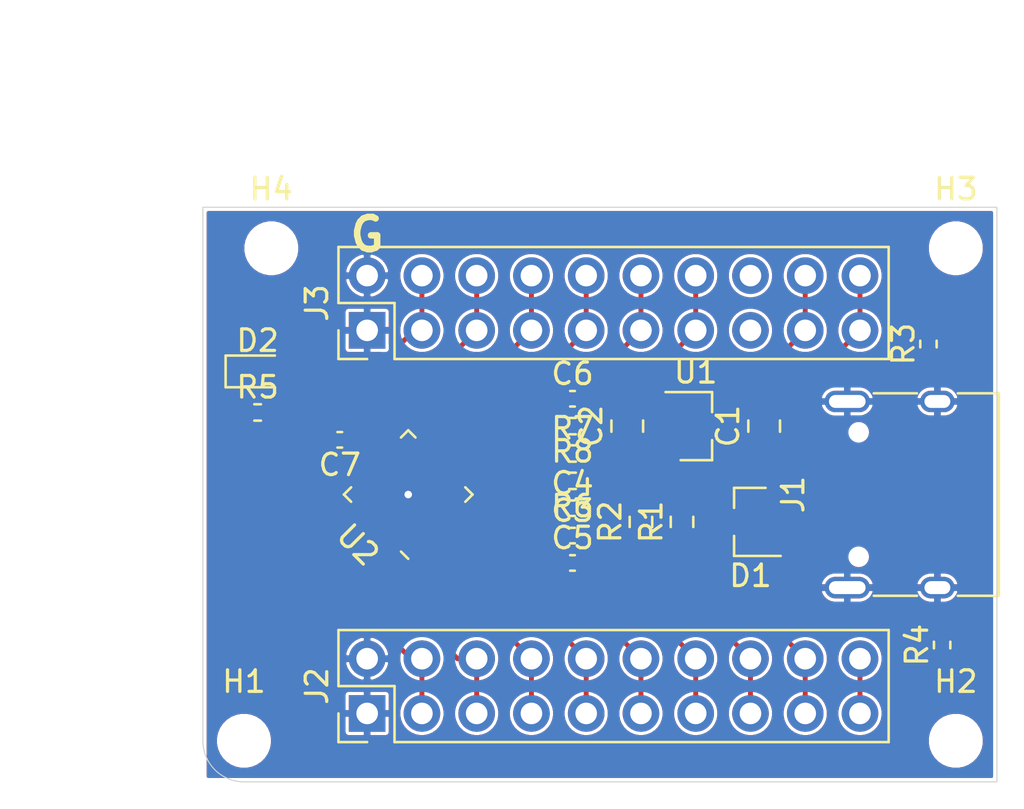
<source format=kicad_pcb>
(kicad_pcb (version 20171130) (host pcbnew 5.1.9+dfsg1-1)
  (layers (0 F.Cu signal) (31 B.Cu signal) (34 B.Paste user) (35 F.Paste user) (36 B.SilkS user) (37 F.SilkS user) (38 B.Mask user) (39 F.Mask user) (44 Edge.Cuts user))
  (net 0 "")
  (net 1 GND)
  (net 2 +3V3)
  (net 3 VBUS)
  (net 4 "Net-(J1-PadB8)")
  (net 5 CC1)
  (net 6 "Net-(J1-PadA8)")
  (net 7 CC2)
  (net 8 D-)
  (net 9 D+)
  (net 10 "Net-(D1-Pad2)")
  (net 11 "Net-(D1-Pad1)")
  (net 12 "Net-(D2-Pad1)")
  (net 13 "Net-(J3-Pad15)")
  (net 14 "Net-(R6-Pad2)")
  (net 15 "Net-(C7-Pad1)")
  (net 16 "Net-(R8-Pad2)")
  (net 17 DCD)
  (net 18 DTR)
  (net 19 DSR)
  (net 20 TXD)
  (net 21 RXD)
  (net 22 RTS)
  (net 23 CTS)
  (net 24 SUSPEND)
  (net 25 ~SUSPEND)
  (net 26 IO0)
  (net 27 IO1)
  (net 28 IO2)
  (net 29 IO3)
  (net 30 RI)
  (module Resistor_SMD:R_0402_1005Metric (layer F.Cu) (at 144.145 104.775 180)
    (fp_text reference R8 (at 0 -1.17) (layer F.SilkS))
    (fp_text value 4k7)
    (fp_line (start -0.153641 -0.38) (end 0.153641 -0.38) (layer F.SilkS) (width 0.12))
    (fp_line (start -0.153641 0.38) (end 0.153641 0.38) (layer F.SilkS) (width 0.12))
    (pad 2 smd roundrect (at 0.51 0 180) (size 0.54 0.64) (layers F.Cu F.Paste F.Mask) (net 16 "Net-(R8-Pad2)"))
    (pad 1 smd roundrect (at -0.51 0 180) (size 0.54 0.64) (layers F.Cu F.Paste F.Mask) (net 2 +3V3))
  )
  (module Capacitor_SMD:C_0402_1005Metric (layer F.Cu) (at 133.35 105.41 180)
    (fp_text reference C7 (at 0 -1.16) (layer F.SilkS))
    (fp_text value 4.7uF)
    (fp_line (start -0.107836 -0.36) (end 0.107836 -0.36) (layer F.SilkS) (width 0.12))
    (fp_line (start -0.107836 0.36) (end 0.107836 0.36) (layer F.SilkS) (width 0.12))
    (pad 2 smd roundrect (at 0.48 0 180) (size 0.56 0.62) (layers F.Cu F.Paste F.Mask) (net 1 GND))
    (pad 1 smd roundrect (at -0.48 0 180) (size 0.56 0.62) (layers F.Cu F.Paste F.Mask) (net 15 "Net-(C7-Pad1)"))
  )
  (module Package_DFN_QFN:QFN-24-1EP_4x4mm_P0.5mm_EP2.6x2.6mm (layer F.Cu) (at 136.525 107.95 135)
    (fp_text reference U2 (at 0 -3.3 135) (layer F.SilkS))
    (fp_text value CP2104)
    (fp_line (start -1.635 -2.11) (end -2.11 -2.11) (layer F.SilkS) (width 0.12))
    (fp_line (start 2.11 2.11) (end 2.11 1.635) (layer F.SilkS) (width 0.12))
    (fp_line (start 1.635 2.11) (end 2.11 2.11) (layer F.SilkS) (width 0.12))
    (fp_line (start -2.11 2.11) (end -2.11 1.635) (layer F.SilkS) (width 0.12))
    (fp_line (start -1.635 2.11) (end -2.11 2.11) (layer F.SilkS) (width 0.12))
    (fp_line (start 2.11 -2.11) (end 2.11 -1.635) (layer F.SilkS) (width 0.12))
    (fp_line (start 1.635 -2.11) (end 2.11 -2.11) (layer F.SilkS) (width 0.12))
    (pad 25 smd rect (at 0 0 135) (size 2.6 2.6) (layers F.Cu F.Mask) (net 1 GND))
    (pad 24 smd roundrect (at -1.25 -1.9375 135) (size 0.25 0.825) (layers F.Cu F.Paste F.Mask) (net 17 DCD))
    (pad 23 smd roundrect (at -0.75 -1.9375 135) (size 0.25 0.825) (layers F.Cu F.Paste F.Mask) (net 18 DTR))
    (pad 22 smd roundrect (at -0.25 -1.9375 135) (size 0.25 0.825) (layers F.Cu F.Paste F.Mask) (net 19 DSR))
    (pad 21 smd roundrect (at 0.25 -1.9375 135) (size 0.25 0.825) (layers F.Cu F.Paste F.Mask) (net 20 TXD))
    (pad 20 smd roundrect (at 0.75 -1.9375 135) (size 0.25 0.825) (layers F.Cu F.Paste F.Mask) (net 21 RXD))
    (pad 19 smd roundrect (at 1.25 -1.9375 135) (size 0.25 0.825) (layers F.Cu F.Paste F.Mask) (net 22 RTS))
    (pad 18 smd roundrect (at 1.9375 -1.25 135) (size 0.825 0.25) (layers F.Cu F.Paste F.Mask) (net 23 CTS))
    (pad 17 smd roundrect (at 1.9375 -0.75 135) (size 0.825 0.25) (layers F.Cu F.Paste F.Mask) (net 24 SUSPEND))
    (pad 16 smd roundrect (at 1.9375 -0.25 135) (size 0.825 0.25) (layers F.Cu F.Paste F.Mask) (net 15 "Net-(C7-Pad1)"))
    (pad 15 smd roundrect (at 1.9375 0.25 135) (size 0.825 0.25) (layers F.Cu F.Paste F.Mask) (net 25 ~SUSPEND))
    (pad 14 smd roundrect (at 1.9375 0.75 135) (size 0.825 0.25) (layers F.Cu F.Paste F.Mask) (net 26 IO0))
    (pad 13 smd roundrect (at 1.9375 1.25 135) (size 0.825 0.25) (layers F.Cu F.Paste F.Mask) (net 27 IO1))
    (pad 12 smd roundrect (at 1.25 1.9375 135) (size 0.25 0.825) (layers F.Cu F.Paste F.Mask) (net 28 IO2))
    (pad 11 smd roundrect (at 0.75 1.9375 135) (size 0.25 0.825) (layers F.Cu F.Paste F.Mask) (net 29 IO3))
    (pad 10 smd roundrect (at 0.25 1.9375 135) (size 0.25 0.825) (layers F.Cu F.Paste F.Mask) (net 2 +3V3))
    (pad 9 smd roundrect (at -0.25 1.9375 135) (size 0.25 0.825) (layers F.Cu F.Paste F.Mask) (net 16 "Net-(R8-Pad2)"))
    (pad 8 smd roundrect (at -0.75 1.9375 135) (size 0.25 0.825) (layers F.Cu F.Paste F.Mask) (net 14 "Net-(R6-Pad2)"))
    (pad 7 smd roundrect (at -1.25 1.9375 135) (size 0.25 0.825) (layers F.Cu F.Paste F.Mask) (net 2 +3V3))
    (pad 6 smd roundrect (at -1.9375 1.25 135) (size 0.825 0.25) (layers F.Cu F.Paste F.Mask) (net 2 +3V3))
    (pad 5 smd roundrect (at -1.9375 0.75 135) (size 0.825 0.25) (layers F.Cu F.Paste F.Mask) (net 2 +3V3))
    (pad 4 smd roundrect (at -1.9375 0.25 135) (size 0.825 0.25) (layers F.Cu F.Paste F.Mask) (net 8 D-))
    (pad 3 smd roundrect (at -1.9375 -0.25 135) (size 0.825 0.25) (layers F.Cu F.Paste F.Mask) (net 9 D+))
    (pad 2 smd roundrect (at -1.9375 -0.75 135) (size 0.825 0.25) (layers F.Cu F.Paste F.Mask) (net 1 GND))
    (pad 1 smd roundrect (at -1.9375 -1.25 135) (size 0.825 0.25) (layers F.Cu F.Paste F.Mask) (net 30 RI))
  )
  (module Package_TO_SOT_SMD:SOT-23 (layer F.Cu) (at 149.86 104.775)
    (fp_text reference U1 (at 0 -2.5) (layer F.SilkS))
    (fp_text value XC6206P332MR)
    (fp_line (start 0.76 1.58) (end -0.7 1.58) (layer F.SilkS) (width 0.12))
    (fp_line (start 0.76 -1.58) (end -1.4 -1.58) (layer F.SilkS) (width 0.12))
    (fp_line (start 0.76 -1.58) (end 0.76 -0.65) (layer F.SilkS) (width 0.12))
    (fp_line (start 0.76 1.58) (end 0.76 0.65) (layer F.SilkS) (width 0.12))
    (pad 3 smd rect (at 1 0) (size 0.9 0.8) (layers F.Cu F.Paste F.Mask) (net 3 VBUS))
    (pad 2 smd rect (at -1 0.95) (size 0.9 0.8) (layers F.Cu F.Paste F.Mask) (net 2 +3V3))
    (pad 1 smd rect (at -1 -0.95) (size 0.9 0.8) (layers F.Cu F.Paste F.Mask) (net 1 GND))
  )
  (module Resistor_SMD:R_0402_1005Metric (layer F.Cu) (at 144.145 106.045)
    (fp_text reference R7 (at 0 -1.17) (layer F.SilkS))
    (fp_text value 47k)
    (fp_line (start -0.153641 0.38) (end 0.153641 0.38) (layer F.SilkS) (width 0.12))
    (fp_line (start -0.153641 -0.38) (end 0.153641 -0.38) (layer F.SilkS) (width 0.12))
    (pad 2 smd roundrect (at 0.51 0) (size 0.54 0.64) (layers F.Cu F.Paste F.Mask) (net 1 GND))
    (pad 1 smd roundrect (at -0.51 0) (size 0.54 0.64) (layers F.Cu F.Paste F.Mask) (net 14 "Net-(R6-Pad2)"))
  )
  (module Resistor_SMD:R_0402_1005Metric (layer F.Cu) (at 144.145 107.315 180)
    (fp_text reference R6 (at 0 -1.17) (layer F.SilkS))
    (fp_text value 24k)
    (fp_line (start -0.153641 0.38) (end 0.153641 0.38) (layer F.SilkS) (width 0.12))
    (fp_line (start -0.153641 -0.38) (end 0.153641 -0.38) (layer F.SilkS) (width 0.12))
    (pad 2 smd roundrect (at 0.51 0 180) (size 0.54 0.64) (layers F.Cu F.Paste F.Mask) (net 14 "Net-(R6-Pad2)"))
    (pad 1 smd roundrect (at -0.51 0 180) (size 0.54 0.64) (layers F.Cu F.Paste F.Mask) (net 3 VBUS))
  )
  (module Resistor_SMD:R_0402_1005Metric (layer F.Cu) (at 129.54 104.14)
    (fp_text reference R5 (at 0 -1.17) (layer F.SilkS))
    (fp_text value 220)
    (fp_line (start -0.153641 0.38) (end 0.153641 0.38) (layer F.SilkS) (width 0.12))
    (fp_line (start -0.153641 -0.38) (end 0.153641 -0.38) (layer F.SilkS) (width 0.12))
    (pad 2 smd roundrect (at 0.51 0) (size 0.54 0.64) (layers F.Cu F.Paste F.Mask) (net 1 GND))
    (pad 1 smd roundrect (at -0.51 0) (size 0.54 0.64) (layers F.Cu F.Paste F.Mask) (net 12 "Net-(D2-Pad1)"))
  )
  (module Resistor_SMD:R_0402_1005Metric (layer F.Cu) (at 161.29 114.935 90)
    (fp_text reference R4 (at 0 -1.17 90) (layer F.SilkS))
    (fp_text value 5.1k)
    (fp_line (start -0.153641 0.38) (end 0.153641 0.38) (layer F.SilkS) (width 0.12))
    (fp_line (start -0.153641 -0.38) (end 0.153641 -0.38) (layer F.SilkS) (width 0.12))
    (pad 2 smd roundrect (at 0.51 0 90) (size 0.54 0.64) (layers F.Cu F.Paste F.Mask) (net 1 GND))
    (pad 1 smd roundrect (at -0.51 0 90) (size 0.54 0.64) (layers F.Cu F.Paste F.Mask) (net 5 CC1))
  )
  (module Resistor_SMD:R_0402_1005Metric (layer F.Cu) (at 160.655 100.965 90)
    (fp_text reference R3 (at 0 -1.17 90) (layer F.SilkS))
    (fp_text value 5.1k)
    (fp_line (start -0.153641 0.38) (end 0.153641 0.38) (layer F.SilkS) (width 0.12))
    (fp_line (start -0.153641 -0.38) (end 0.153641 -0.38) (layer F.SilkS) (width 0.12))
    (pad 2 smd roundrect (at 0.51 0 90) (size 0.54 0.64) (layers F.Cu F.Paste F.Mask) (net 1 GND))
    (pad 1 smd roundrect (at -0.51 0 90) (size 0.54 0.64) (layers F.Cu F.Paste F.Mask) (net 7 CC2))
  )
  (module Resistor_SMD:R_0603_1608Metric (layer F.Cu) (at 147.32 109.22 90)
    (fp_text reference R2 (at 0 -1.43 90) (layer F.SilkS))
    (fp_text value 0)
    (fp_line (start -0.237258 0.5225) (end 0.237258 0.5225) (layer F.SilkS) (width 0.12))
    (fp_line (start -0.237258 -0.5225) (end 0.237258 -0.5225) (layer F.SilkS) (width 0.12))
    (pad 2 smd roundrect (at 0.825 0 90) (size 0.8 0.95) (layers F.Cu F.Paste F.Mask) (net 10 "Net-(D1-Pad2)"))
    (pad 1 smd roundrect (at -0.825 0 90) (size 0.8 0.95) (layers F.Cu F.Paste F.Mask) (net 9 D+))
  )
  (module Resistor_SMD:R_0603_1608Metric (layer F.Cu) (at 149.225 109.22 90)
    (fp_text reference R1 (at 0 -1.43 90) (layer F.SilkS))
    (fp_text value 0)
    (fp_line (start -0.237258 0.5225) (end 0.237258 0.5225) (layer F.SilkS) (width 0.12))
    (fp_line (start -0.237258 -0.5225) (end 0.237258 -0.5225) (layer F.SilkS) (width 0.12))
    (pad 2 smd roundrect (at 0.825 0 90) (size 0.8 0.95) (layers F.Cu F.Paste F.Mask) (net 11 "Net-(D1-Pad1)"))
    (pad 1 smd roundrect (at -0.825 0 90) (size 0.8 0.95) (layers F.Cu F.Paste F.Mask) (net 8 D-))
  )
  (module Connector_PinHeader_2.54mm:PinHeader_2x10_P2.54mm_Vertical (layer F.Cu) (at 134.62 100.33 90)
    (fp_text reference J3 (at 1.27 -2.33 90) (layer F.SilkS))
    (fp_text value ~)
    (fp_line (start -1.33 -1.33) (end 0 -1.33) (layer F.SilkS) (width 0.12))
    (fp_line (start -1.33 0) (end -1.33 -1.33) (layer F.SilkS) (width 0.12))
    (fp_line (start 1.27 -1.33) (end 3.87 -1.33) (layer F.SilkS) (width 0.12))
    (fp_line (start 1.27 1.27) (end 1.27 -1.33) (layer F.SilkS) (width 0.12))
    (fp_line (start -1.33 1.27) (end 1.27 1.27) (layer F.SilkS) (width 0.12))
    (fp_line (start 3.87 -1.33) (end 3.87 24.19) (layer F.SilkS) (width 0.12))
    (fp_line (start -1.33 1.27) (end -1.33 24.19) (layer F.SilkS) (width 0.12))
    (fp_line (start -1.33 24.19) (end 3.87 24.19) (layer F.SilkS) (width 0.12))
    (pad 20 thru_hole oval (at 2.54 22.86 90) (size 1.7 1.7) (drill 1) (layers *.Cu *.Mask) (net 3 VBUS))
    (pad 19 thru_hole oval (at 0 22.86 90) (size 1.7 1.7) (drill 1) (layers *.Cu *.Mask) (net 3 VBUS))
    (pad 18 thru_hole oval (at 2.54 20.32 90) (size 1.7 1.7) (drill 1) (layers *.Cu *.Mask) (net 2 +3V3))
    (pad 17 thru_hole oval (at 0 20.32 90) (size 1.7 1.7) (drill 1) (layers *.Cu *.Mask) (net 2 +3V3))
    (pad 16 thru_hole oval (at 2.54 17.78 90) (size 1.7 1.7) (drill 1) (layers *.Cu *.Mask) (net 13 "Net-(J3-Pad15)"))
    (pad 15 thru_hole oval (at 0 17.78 90) (size 1.7 1.7) (drill 1) (layers *.Cu *.Mask) (net 13 "Net-(J3-Pad15)"))
    (pad 14 thru_hole oval (at 2.54 15.24 90) (size 1.7 1.7) (drill 1) (layers *.Cu *.Mask) (net 29 IO3))
    (pad 13 thru_hole oval (at 0 15.24 90) (size 1.7 1.7) (drill 1) (layers *.Cu *.Mask) (net 29 IO3))
    (pad 12 thru_hole oval (at 2.54 12.7 90) (size 1.7 1.7) (drill 1) (layers *.Cu *.Mask) (net 28 IO2))
    (pad 11 thru_hole oval (at 0 12.7 90) (size 1.7 1.7) (drill 1) (layers *.Cu *.Mask) (net 28 IO2))
    (pad 10 thru_hole oval (at 2.54 10.16 90) (size 1.7 1.7) (drill 1) (layers *.Cu *.Mask) (net 27 IO1))
    (pad 9 thru_hole oval (at 0 10.16 90) (size 1.7 1.7) (drill 1) (layers *.Cu *.Mask) (net 27 IO1))
    (pad 8 thru_hole oval (at 2.54 7.62 90) (size 1.7 1.7) (drill 1) (layers *.Cu *.Mask) (net 26 IO0))
    (pad 7 thru_hole oval (at 0 7.62 90) (size 1.7 1.7) (drill 1) (layers *.Cu *.Mask) (net 26 IO0))
    (pad 6 thru_hole oval (at 2.54 5.08 90) (size 1.7 1.7) (drill 1) (layers *.Cu *.Mask) (net 25 ~SUSPEND))
    (pad 5 thru_hole oval (at 0 5.08 90) (size 1.7 1.7) (drill 1) (layers *.Cu *.Mask) (net 25 ~SUSPEND))
    (pad 4 thru_hole oval (at 2.54 2.54 90) (size 1.7 1.7) (drill 1) (layers *.Cu *.Mask) (net 24 SUSPEND))
    (pad 3 thru_hole oval (at 0 2.54 90) (size 1.7 1.7) (drill 1) (layers *.Cu *.Mask) (net 24 SUSPEND))
    (pad 2 thru_hole oval (at 2.54 0 90) (size 1.7 1.7) (drill 1) (layers *.Cu *.Mask) (net 1 GND))
    (pad 1 thru_hole rect (at 0 0 90) (size 1.7 1.7) (drill 1) (layers *.Cu *.Mask) (net 1 GND))
  )
  (module Connector_PinHeader_2.54mm:PinHeader_2x10_P2.54mm_Vertical (layer F.Cu) (at 134.62 118.11 90)
    (fp_text reference J2 (at 1.27 -2.33 90) (layer F.SilkS))
    (fp_text value ~)
    (fp_line (start -1.33 -1.33) (end 0 -1.33) (layer F.SilkS) (width 0.12))
    (fp_line (start -1.33 0) (end -1.33 -1.33) (layer F.SilkS) (width 0.12))
    (fp_line (start 1.27 -1.33) (end 3.87 -1.33) (layer F.SilkS) (width 0.12))
    (fp_line (start 1.27 1.27) (end 1.27 -1.33) (layer F.SilkS) (width 0.12))
    (fp_line (start -1.33 1.27) (end 1.27 1.27) (layer F.SilkS) (width 0.12))
    (fp_line (start 3.87 -1.33) (end 3.87 24.19) (layer F.SilkS) (width 0.12))
    (fp_line (start -1.33 1.27) (end -1.33 24.19) (layer F.SilkS) (width 0.12))
    (fp_line (start -1.33 24.19) (end 3.87 24.19) (layer F.SilkS) (width 0.12))
    (pad 20 thru_hole oval (at 2.54 22.86 90) (size 1.7 1.7) (drill 1) (layers *.Cu *.Mask) (net 2 +3V3))
    (pad 19 thru_hole oval (at 0 22.86 90) (size 1.7 1.7) (drill 1) (layers *.Cu *.Mask) (net 2 +3V3))
    (pad 18 thru_hole oval (at 2.54 20.32 90) (size 1.7 1.7) (drill 1) (layers *.Cu *.Mask) (net 30 RI))
    (pad 17 thru_hole oval (at 0 20.32 90) (size 1.7 1.7) (drill 1) (layers *.Cu *.Mask) (net 30 RI))
    (pad 16 thru_hole oval (at 2.54 17.78 90) (size 1.7 1.7) (drill 1) (layers *.Cu *.Mask) (net 17 DCD))
    (pad 15 thru_hole oval (at 0 17.78 90) (size 1.7 1.7) (drill 1) (layers *.Cu *.Mask) (net 17 DCD))
    (pad 14 thru_hole oval (at 2.54 15.24 90) (size 1.7 1.7) (drill 1) (layers *.Cu *.Mask) (net 18 DTR))
    (pad 13 thru_hole oval (at 0 15.24 90) (size 1.7 1.7) (drill 1) (layers *.Cu *.Mask) (net 18 DTR))
    (pad 12 thru_hole oval (at 2.54 12.7 90) (size 1.7 1.7) (drill 1) (layers *.Cu *.Mask) (net 19 DSR))
    (pad 11 thru_hole oval (at 0 12.7 90) (size 1.7 1.7) (drill 1) (layers *.Cu *.Mask) (net 19 DSR))
    (pad 10 thru_hole oval (at 2.54 10.16 90) (size 1.7 1.7) (drill 1) (layers *.Cu *.Mask) (net 20 TXD))
    (pad 9 thru_hole oval (at 0 10.16 90) (size 1.7 1.7) (drill 1) (layers *.Cu *.Mask) (net 20 TXD))
    (pad 8 thru_hole oval (at 2.54 7.62 90) (size 1.7 1.7) (drill 1) (layers *.Cu *.Mask) (net 21 RXD))
    (pad 7 thru_hole oval (at 0 7.62 90) (size 1.7 1.7) (drill 1) (layers *.Cu *.Mask) (net 21 RXD))
    (pad 6 thru_hole oval (at 2.54 5.08 90) (size 1.7 1.7) (drill 1) (layers *.Cu *.Mask) (net 22 RTS))
    (pad 5 thru_hole oval (at 0 5.08 90) (size 1.7 1.7) (drill 1) (layers *.Cu *.Mask) (net 22 RTS))
    (pad 4 thru_hole oval (at 2.54 2.54 90) (size 1.7 1.7) (drill 1) (layers *.Cu *.Mask) (net 23 CTS))
    (pad 3 thru_hole oval (at 0 2.54 90) (size 1.7 1.7) (drill 1) (layers *.Cu *.Mask) (net 23 CTS))
    (pad 2 thru_hole oval (at 2.54 0 90) (size 1.7 1.7) (drill 1) (layers *.Cu *.Mask) (net 1 GND))
    (pad 1 thru_hole rect (at 0 0 90) (size 1.7 1.7) (drill 1) (layers *.Cu *.Mask) (net 1 GND))
  )
  (module usbserial:USB_C_Receptacle_HRO_TYPE-C-31-M-12 (layer F.Cu) (at 160.02 107.95 90)
    (fp_text reference J1 (at 0 -5.645 90) (layer F.SilkS))
    (fp_text value USB_C_Receptacle_USB2.0)
    (fp_line (start -4.7 2) (end -4.7 3.9) (layer F.SilkS) (width 0.12))
    (fp_line (start -4.7 -1.9) (end -4.7 0.1) (layer F.SilkS) (width 0.12))
    (fp_line (start 4.7 2) (end 4.7 3.9) (layer F.SilkS) (width 0.12))
    (fp_line (start 4.7 -1.9) (end 4.7 0.1) (layer F.SilkS) (width 0.12))
    (fp_line (start -4.7 3.9) (end 4.7 3.9) (layer F.SilkS) (width 0.12))
    (pad B1 smd rect (at 3.25 -4.045 90) (size 0.6 1.45) (layers F.Cu F.Paste F.Mask) (net 1 GND))
    (pad A9 smd rect (at 2.45 -4.045 90) (size 0.6 1.45) (layers F.Cu F.Paste F.Mask) (net 3 VBUS))
    (pad B9 smd rect (at -2.45 -4.045 90) (size 0.6 1.45) (layers F.Cu F.Paste F.Mask) (net 3 VBUS))
    (pad B12 smd rect (at -3.25 -4.045 90) (size 0.6 1.45) (layers F.Cu F.Paste F.Mask) (net 1 GND))
    (pad A1 smd rect (at -3.25 -4.045 90) (size 0.6 1.45) (layers F.Cu F.Paste F.Mask) (net 1 GND))
    (pad A4 smd rect (at -2.45 -4.045 90) (size 0.6 1.45) (layers F.Cu F.Paste F.Mask) (net 3 VBUS))
    (pad B4 smd rect (at 2.45 -4.045 90) (size 0.6 1.45) (layers F.Cu F.Paste F.Mask) (net 3 VBUS))
    (pad A12 smd rect (at 3.25 -4.045 90) (size 0.6 1.45) (layers F.Cu F.Paste F.Mask) (net 1 GND))
    (pad B8 smd rect (at -1.75 -4.045 90) (size 0.3 1.45) (layers F.Cu F.Paste F.Mask) (net 4 "Net-(J1-PadB8)"))
    (pad A5 smd rect (at -1.25 -4.045 90) (size 0.3 1.45) (layers F.Cu F.Paste F.Mask) (net 5 CC1))
    (pad B7 smd rect (at -0.75 -4.045 90) (size 0.3 1.45) (layers F.Cu F.Paste F.Mask) (net 11 "Net-(D1-Pad1)"))
    (pad A7 smd rect (at 0.25 -4.045 90) (size 0.3 1.45) (layers F.Cu F.Paste F.Mask) (net 11 "Net-(D1-Pad1)"))
    (pad B6 smd rect (at 0.75 -4.045 90) (size 0.3 1.45) (layers F.Cu F.Paste F.Mask) (net 10 "Net-(D1-Pad2)"))
    (pad A8 smd rect (at 1.25 -4.045 90) (size 0.3 1.45) (layers F.Cu F.Paste F.Mask) (net 6 "Net-(J1-PadA8)"))
    (pad B5 smd rect (at 1.75 -4.045 90) (size 0.3 1.45) (layers F.Cu F.Paste F.Mask) (net 7 CC2))
    (pad A6 smd rect (at -0.25 -4.045 90) (size 0.3 1.45) (layers F.Cu F.Paste F.Mask) (net 10 "Net-(D1-Pad2)"))
    (pad S1 thru_hole oval (at 4.32 -3.13 90) (size 1 2.1) (drill oval 0.6 1.7) (layers *.Cu *.Mask) (net 1 GND))
    (pad S1 thru_hole oval (at -4.32 -3.13 90) (size 1 2.1) (drill oval 0.6 1.7) (layers *.Cu *.Mask) (net 1 GND))
    (pad "" np_thru_hole circle (at -2.89 -2.6 90) (size 0.65 0.65) (drill 0.65) (layers *.Cu *.Mask))
    (pad S1 thru_hole oval (at -4.32 1.05 90) (size 1 1.6) (drill oval 0.6 1.2) (layers *.Cu *.Mask) (net 1 GND))
    (pad "" np_thru_hole circle (at 2.89 -2.6 90) (size 0.65 0.65) (drill 0.65) (layers *.Cu *.Mask))
    (pad S1 thru_hole oval (at 4.32 1.05 90) (size 1 1.6) (drill oval 0.6 1.2) (layers *.Cu *.Mask) (net 1 GND))
  )
  (module MountingHole:MountingHole_2.2mm_M2_ISO7380 (layer F.Cu) (at 130.175 96.52)
    (fp_text reference H4 (at 0 -2.75) (layer F.SilkS))
    (fp_text value ~)
    (pad 1 np_thru_hole circle (at 0 0) (size 2.2 2.2) (drill 2.2) (layers *.Cu *.Mask))
  )
  (module MountingHole:MountingHole_2.2mm_M2_ISO7380 (layer F.Cu) (at 161.925 96.52)
    (fp_text reference H3 (at 0 -2.75) (layer F.SilkS))
    (fp_text value ~)
    (pad 1 np_thru_hole circle (at 0 0) (size 2.2 2.2) (drill 2.2) (layers *.Cu *.Mask))
  )
  (module MountingHole:MountingHole_2.2mm_M2_ISO7380 (layer F.Cu) (at 161.925 119.38)
    (fp_text reference H2 (at 0 -2.75) (layer F.SilkS))
    (fp_text value ~)
    (pad 1 np_thru_hole circle (at 0 0) (size 2.2 2.2) (drill 2.2) (layers *.Cu *.Mask))
  )
  (module MountingHole:MountingHole_2.2mm_M2_ISO7380 (layer F.Cu) (at 128.905 119.38)
    (fp_text reference H1 (at 0 -2.75) (layer F.SilkS))
    (fp_text value ~)
    (pad 1 np_thru_hole circle (at 0 0) (size 2.2 2.2) (drill 2.2) (layers *.Cu *.Mask))
  )
  (module LED_SMD:LED_0603_1608Metric (layer F.Cu) (at 129.54 102.235)
    (fp_text reference D2 (at 0 -1.43) (layer F.SilkS))
    (fp_text value RED)
    (fp_line (start -1.485 0.735) (end 0.8 0.735) (layer F.SilkS) (width 0.12))
    (fp_line (start -1.485 -0.735) (end -1.485 0.735) (layer F.SilkS) (width 0.12))
    (fp_line (start 0.8 -0.735) (end -1.485 -0.735) (layer F.SilkS) (width 0.12))
    (pad 2 smd roundrect (at 0.7875 0) (size 0.875 0.95) (layers F.Cu F.Paste F.Mask) (net 2 +3V3))
    (pad 1 smd roundrect (at -0.7875 0) (size 0.875 0.95) (layers F.Cu F.Paste F.Mask) (net 12 "Net-(D2-Pad1)"))
  )
  (module Package_TO_SOT_SMD:SOT-23 (layer F.Cu) (at 152.4 109.22 180)
    (fp_text reference D1 (at 0 -2.5) (layer F.SilkS))
    (fp_text value PSM712)
    (fp_line (start 0.76 1.58) (end -0.7 1.58) (layer F.SilkS) (width 0.12))
    (fp_line (start 0.76 -1.58) (end -1.4 -1.58) (layer F.SilkS) (width 0.12))
    (fp_line (start 0.76 -1.58) (end 0.76 -0.65) (layer F.SilkS) (width 0.12))
    (fp_line (start 0.76 1.58) (end 0.76 0.65) (layer F.SilkS) (width 0.12))
    (pad 3 smd rect (at 1 0 180) (size 0.9 0.8) (layers F.Cu F.Paste F.Mask) (net 1 GND))
    (pad 2 smd rect (at -1 0.95 180) (size 0.9 0.8) (layers F.Cu F.Paste F.Mask) (net 10 "Net-(D1-Pad2)"))
    (pad 1 smd rect (at -1 -0.95 180) (size 0.9 0.8) (layers F.Cu F.Paste F.Mask) (net 11 "Net-(D1-Pad1)"))
  )
  (module Capacitor_SMD:C_0402_1005Metric (layer F.Cu) (at 144.145 103.505)
    (fp_text reference C6 (at 0 -1.16) (layer F.SilkS))
    (fp_text value 100nF)
    (fp_line (start -0.107836 0.36) (end 0.107836 0.36) (layer F.SilkS) (width 0.12))
    (fp_line (start -0.107836 -0.36) (end 0.107836 -0.36) (layer F.SilkS) (width 0.12))
    (pad 2 smd roundrect (at 0.48 0) (size 0.56 0.62) (layers F.Cu F.Paste F.Mask) (net 1 GND))
    (pad 1 smd roundrect (at -0.48 0) (size 0.56 0.62) (layers F.Cu F.Paste F.Mask) (net 2 +3V3))
  )
  (module Capacitor_SMD:C_0402_1005Metric (layer F.Cu) (at 144.145 111.125)
    (fp_text reference C5 (at 0 -1.16) (layer F.SilkS))
    (fp_text value 100nF)
    (fp_line (start -0.107836 0.36) (end 0.107836 0.36) (layer F.SilkS) (width 0.12))
    (fp_line (start -0.107836 -0.36) (end 0.107836 -0.36) (layer F.SilkS) (width 0.12))
    (pad 2 smd roundrect (at 0.48 0) (size 0.56 0.62) (layers F.Cu F.Paste F.Mask) (net 1 GND))
    (pad 1 smd roundrect (at -0.48 0) (size 0.56 0.62) (layers F.Cu F.Paste F.Mask) (net 2 +3V3))
  )
  (module Capacitor_SMD:C_0402_1005Metric (layer F.Cu) (at 144.145 108.585)
    (fp_text reference C4 (at 0 -1.16) (layer F.SilkS))
    (fp_text value 100nF)
    (fp_line (start -0.107836 0.36) (end 0.107836 0.36) (layer F.SilkS) (width 0.12))
    (fp_line (start -0.107836 -0.36) (end 0.107836 -0.36) (layer F.SilkS) (width 0.12))
    (pad 2 smd roundrect (at 0.48 0) (size 0.56 0.62) (layers F.Cu F.Paste F.Mask) (net 1 GND))
    (pad 1 smd roundrect (at -0.48 0) (size 0.56 0.62) (layers F.Cu F.Paste F.Mask) (net 2 +3V3))
  )
  (module Capacitor_SMD:C_0402_1005Metric (layer F.Cu) (at 144.145 109.855)
    (fp_text reference C3 (at 0 -1.16) (layer F.SilkS))
    (fp_text value 1u)
    (fp_line (start -0.107836 0.36) (end 0.107836 0.36) (layer F.SilkS) (width 0.12))
    (fp_line (start -0.107836 -0.36) (end 0.107836 -0.36) (layer F.SilkS) (width 0.12))
    (pad 2 smd roundrect (at 0.48 0) (size 0.56 0.62) (layers F.Cu F.Paste F.Mask) (net 1 GND))
    (pad 1 smd roundrect (at -0.48 0) (size 0.56 0.62) (layers F.Cu F.Paste F.Mask) (net 2 +3V3))
  )
  (module Capacitor_SMD:C_0805_2012Metric (layer F.Cu) (at 146.685 104.775 90)
    (fp_text reference C2 (at 0 -1.68 90) (layer F.SilkS))
    (fp_text value 10uF)
    (fp_line (start -0.261252 0.735) (end 0.261252 0.735) (layer F.SilkS) (width 0.12))
    (fp_line (start -0.261252 -0.735) (end 0.261252 -0.735) (layer F.SilkS) (width 0.12))
    (pad 2 smd roundrect (at 0.95 0 90) (size 1 1.45) (layers F.Cu F.Paste F.Mask) (net 1 GND))
    (pad 1 smd roundrect (at -0.95 0 90) (size 1 1.45) (layers F.Cu F.Paste F.Mask) (net 2 +3V3))
  )
  (module Capacitor_SMD:C_0805_2012Metric (layer F.Cu) (at 153.035 104.775 90)
    (fp_text reference C1 (at 0 -1.68 90) (layer F.SilkS))
    (fp_text value 10uF)
    (fp_line (start -0.261252 0.735) (end 0.261252 0.735) (layer F.SilkS) (width 0.12))
    (fp_line (start -0.261252 -0.735) (end 0.261252 -0.735) (layer F.SilkS) (width 0.12))
    (pad 2 smd roundrect (at 0.95 0 90) (size 1 1.45) (layers F.Cu F.Paste F.Mask) (net 1 GND))
    (pad 1 smd roundrect (at -0.95 0 90) (size 1 1.45) (layers F.Cu F.Paste F.Mask) (net 3 VBUS))
  )
  (gr_arc (start 128.905 119.38) (end 127 119.38) (angle -90) (layer Edge.Cuts) (width 0.05))
  (gr_text G (at 134.62 95.885) (layer F.SilkS) (effects (font (size 1.5 1.5) (thickness 0.3))))
  (gr_line (start 127 94.615) (end 163.83 94.615) (layer Edge.Cuts) (width 0.05))
  (gr_line (start 127 119.38) (end 127 94.615) (layer Edge.Cuts) (width 0.05))
  (gr_line (start 163.83 121.285) (end 128.905 121.285) (layer Edge.Cuts) (width 0.05))
  (gr_line (start 163.83 94.615) (end 163.83 121.285) (layer Edge.Cuts) (width 0.05))
  (via (at 136.525 107.95) (size 0.7) (drill 0.35) (layers F.Cu B.Cu) (net 1))
  (segment (start 144.655 104.495) (end 143.665 103.505) (width 0.2286) (layer F.Cu) (net 2))
  (segment (start 144.655 104.775) (end 144.655 104.495) (width 0.2286) (layer F.Cu) (net 2))
  (segment (start 148.86 105.725) (end 146.685 105.725) (width 0.2286) (layer F.Cu) (net 2))
  (segment (start 145.605 105.725) (end 144.655 104.775) (width 0.2286) (layer F.Cu) (net 2))
  (segment (start 146.685 105.725) (end 145.605 105.725) (width 0.2286) (layer F.Cu) (net 2))
  (segment (start 143.665 108.585) (end 143.665 109.855) (width 0.2286) (layer F.Cu) (net 2))
  (segment (start 143.665 109.855) (end 143.665 111.125) (width 0.2286) (layer F.Cu) (net 2))
  (segment (start 143.665 108.585) (end 139.900039 108.585) (width 0.2286) (layer F.Cu) (net 2))
  (segment (start 139.165019 107.849981) (end 139.165019 108.05002) (width 0.2286) (layer F.Cu) (net 2))
  (segment (start 139.165019 108.05002) (end 138.778903 108.436136) (width 0.2286) (layer F.Cu) (net 2))
  (segment (start 139.900039 108.585) (end 139.165019 107.849981) (width 0.2286) (layer F.Cu) (net 2))
  (segment (start 139.165019 107.849981) (end 138.778903 107.463864) (width 0.2286) (layer F.Cu) (net 2))
  (segment (start 138.778902 108.436136) (end 138.425349 108.789689) (width 0.2286) (layer F.Cu) (net 2))
  (segment (start 138.778903 108.436136) (end 138.778902 108.436136) (width 0.2286) (layer F.Cu) (net 2))
  (segment (start 148.86 105.522718) (end 152.352718 102.03) (width 0.2286) (layer F.Cu) (net 2))
  (segment (start 148.86 105.725) (end 148.86 105.522718) (width 0.2286) (layer F.Cu) (net 2))
  (segment (start 153.24 102.03) (end 154.94 100.33) (width 0.2286) (layer F.Cu) (net 2))
  (segment (start 152.352718 102.03) (end 153.24 102.03) (width 0.2286) (layer F.Cu) (net 2))
  (segment (start 154.94 100.33) (end 154.94 97.79) (width 0.2286) (layer F.Cu) (net 2))
  (segment (start 157.48 118.11) (end 157.48 115.57) (width 0.2286) (layer F.Cu) (net 2))
  (segment (start 156.815118 110.4) (end 157.61 109.605118) (width 0.4572) (layer F.Cu) (net 3))
  (segment (start 155.975 110.4) (end 156.815118 110.4) (width 0.4572) (layer F.Cu) (net 3))
  (segment (start 156.835802 105.5) (end 155.975 105.5) (width 0.4572) (layer F.Cu) (net 3))
  (segment (start 157.61 106.274198) (end 156.835802 105.5) (width 0.4572) (layer F.Cu) (net 3))
  (segment (start 157.61 109.605118) (end 157.61 106.274198) (width 0.4572) (layer F.Cu) (net 3))
  (segment (start 150.86 105.4036) (end 150.86 104.775) (width 0.2286) (layer F.Cu) (net 3))
  (segment (start 148.9486 107.315) (end 150.86 105.4036) (width 0.2286) (layer F.Cu) (net 3))
  (segment (start 144.655 107.315) (end 148.9486 107.315) (width 0.2286) (layer F.Cu) (net 3))
  (segment (start 152.085 104.775) (end 153.035 105.725) (width 0.2286) (layer F.Cu) (net 3))
  (segment (start 150.86 104.775) (end 152.085 104.775) (width 0.2286) (layer F.Cu) (net 3))
  (segment (start 153.26 105.5) (end 153.035 105.725) (width 0.2286) (layer F.Cu) (net 3))
  (segment (start 155.975 105.5) (end 153.26 105.5) (width 0.2286) (layer F.Cu) (net 3))
  (segment (start 157.48 97.79) (end 157.48 100.33) (width 0.2286) (layer F.Cu) (net 3))
  (segment (start 155.57329 103.18671) (end 153.035 105.725) (width 0.2286) (layer F.Cu) (net 3))
  (segment (start 155.57329 102.23671) (end 155.57329 103.18671) (width 0.2286) (layer F.Cu) (net 3))
  (segment (start 157.48 100.33) (end 155.57329 102.23671) (width 0.2286) (layer F.Cu) (net 3))
  (segment (start 138.071796 109.143243) (end 140.630263 111.70171) (width 0.2286) (layer F.Cu) (net 8))
  (segment (start 140.630263 111.70171) (end 145.22829 111.70171) (width 0.2286) (layer F.Cu) (net 8))
  (segment (start 145.22829 111.70171) (end 146 110.93) (width 0.2286) (layer F.Cu) (net 8))
  (segment (start 146 110.93) (end 146 109.9) (width 0.2286) (layer F.Cu) (net 8))
  (segment (start 148.55829 109.37829) (end 149.225 110.045) (width 0.2286) (layer F.Cu) (net 8))
  (segment (start 146.52171 109.37829) (end 148.55829 109.37829) (width 0.2286) (layer F.Cu) (net 8))
  (segment (start 146 109.9) (end 146.52171 109.37829) (width 0.2286) (layer F.Cu) (net 8))
  (segment (start 140.38868 112.167233) (end 137.718243 109.496796) (width 0.2286) (layer F.Cu) (net 9))
  (segment (start 147.32 110.445) (end 145.597767 112.167233) (width 0.2286) (layer F.Cu) (net 9))
  (segment (start 147.32 110.045) (end 147.32 110.445) (width 0.2286) (layer F.Cu) (net 9))
  (segment (start 145.597767 112.167233) (end 140.38868 112.167233) (width 0.2286) (layer F.Cu) (net 9))
  (segment (start 154.983299 108.161899) (end 155.0214 108.2) (width 0.2286) (layer F.Cu) (net 10))
  (segment (start 154.983299 107.238101) (end 154.983299 108.161899) (width 0.2286) (layer F.Cu) (net 10))
  (segment (start 155.0214 107.2) (end 154.983299 107.238101) (width 0.2286) (layer F.Cu) (net 10))
  (segment (start 155.975 107.2) (end 155.0214 107.2) (width 0.2286) (layer F.Cu) (net 10))
  (segment (start 154.9514 108.27) (end 153.4 108.27) (width 0.2286) (layer F.Cu) (net 10))
  (segment (start 155.0214 108.2) (end 154.9514 108.27) (width 0.2286) (layer F.Cu) (net 10))
  (segment (start 155.975 108.2) (end 155.0214 108.2) (width 0.2286) (layer F.Cu) (net 10))
  (segment (start 147.98671 107.72829) (end 147.32 108.395) (width 0.2286) (layer F.Cu) (net 10))
  (segment (start 152.85829 107.72829) (end 147.98671 107.72829) (width 0.2286) (layer F.Cu) (net 10))
  (segment (start 153.4 108.27) (end 152.85829 107.72829) (width 0.2286) (layer F.Cu) (net 10))
  (segment (start 156.9286 108.7) (end 155.975 108.7) (width 0.2286) (layer F.Cu) (net 11))
  (segment (start 156.966701 108.661899) (end 156.9286 108.7) (width 0.2286) (layer F.Cu) (net 11))
  (segment (start 156.966701 107.738101) (end 156.966701 108.661899) (width 0.2286) (layer F.Cu) (net 11))
  (segment (start 156.9286 107.7) (end 156.966701 107.738101) (width 0.2286) (layer F.Cu) (net 11))
  (segment (start 155.975 107.7) (end 156.9286 107.7) (width 0.2286) (layer F.Cu) (net 11))
  (segment (start 153.5514 110.17) (end 153.4 110.17) (width 0.2286) (layer F.Cu) (net 11))
  (segment (start 155.0214 108.7) (end 153.5514 110.17) (width 0.2286) (layer F.Cu) (net 11))
  (segment (start 155.975 108.7) (end 155.0214 108.7) (width 0.2286) (layer F.Cu) (net 11))
  (segment (start 152.2536 108.395) (end 149.225 108.395) (width 0.2286) (layer F.Cu) (net 11))
  (segment (start 153.4 109.5414) (end 152.2536 108.395) (width 0.2286) (layer F.Cu) (net 11))
  (segment (start 153.4 110.17) (end 153.4 109.5414) (width 0.2286) (layer F.Cu) (net 11))
  (segment (start 143.635 106.045) (end 143.635 107.315) (width 0.2286) (layer F.Cu) (net 14))
  (segment (start 138.692688 106.842972) (end 138.425349 107.110311) (width 0.2286) (layer F.Cu) (net 14))
  (segment (start 143.162972 106.842972) (end 138.692688 106.842972) (width 0.2286) (layer F.Cu) (net 14))
  (segment (start 143.635 107.315) (end 143.162972 106.842972) (width 0.2286) (layer F.Cu) (net 14))
  (segment (start 133.83 105.608553) (end 133.83 105.41) (width 0.2286) (layer F.Cu) (net 15))
  (segment (start 134.978204 106.756757) (end 133.83 105.608553) (width 0.2286) (layer F.Cu) (net 15))
  (segment (start 140.053553 104.775) (end 143.635 104.775) (width 0.2286) (layer F.Cu) (net 16))
  (segment (start 138.071796 106.756757) (end 140.053553 104.775) (width 0.2286) (layer F.Cu) (net 16))
  (segment (start 152.4 118.11) (end 152.4 115.57) (width 0.2286) (layer F.Cu) (net 17))
  (segment (start 152.4 115.57) (end 149.759255 112.929255) (width 0.2286) (layer F.Cu) (net 17))
  (segment (start 136.215641 110.203903) (end 136.038864 110.203903) (width 0.2286) (layer F.Cu) (net 17))
  (segment (start 138.940993 112.929255) (end 136.215641 110.203903) (width 0.2286) (layer F.Cu) (net 17))
  (segment (start 149.759255 112.929255) (end 138.940993 112.929255) (width 0.2286) (layer F.Cu) (net 17))
  (segment (start 149.86 118.11) (end 149.86 115.57) (width 0.2286) (layer F.Cu) (net 18))
  (segment (start 137.803667 112.929257) (end 135.417975 110.543564) (width 0.2286) (layer F.Cu) (net 18))
  (segment (start 135.417975 110.543564) (end 135.417975 110.117685) (width 0.2286) (layer F.Cu) (net 18))
  (segment (start 138.327295 112.929257) (end 137.803667 112.929257) (width 0.2286) (layer F.Cu) (net 18))
  (segment (start 147.600266 113.310266) (end 138.708304 113.310266) (width 0.2286) (layer F.Cu) (net 18))
  (segment (start 149.86 115.57) (end 147.600266 113.310266) (width 0.2286) (layer F.Cu) (net 18))
  (segment (start 135.417975 110.117685) (end 135.685311 109.850349) (width 0.2286) (layer F.Cu) (net 18))
  (segment (start 138.708304 113.310266) (end 138.327295 112.929257) (width 0.2286) (layer F.Cu) (net 18))
  (segment (start 147.32 118.11) (end 147.32 115.57) (width 0.2286) (layer F.Cu) (net 19))
  (segment (start 135.036964 110.828133) (end 135.036964 109.791589) (width 0.2286) (layer F.Cu) (net 19))
  (segment (start 135.036964 109.791589) (end 135.331757 109.496796) (width 0.2286) (layer F.Cu) (net 19))
  (segment (start 147.32 115.57) (end 145.441277 113.691277) (width 0.2286) (layer F.Cu) (net 19))
  (segment (start 137.519098 113.310268) (end 135.036964 110.828133) (width 0.2286) (layer F.Cu) (net 19))
  (segment (start 138.169476 113.310268) (end 137.519098 113.310268) (width 0.2286) (layer F.Cu) (net 19))
  (segment (start 145.441277 113.691277) (end 138.550485 113.691277) (width 0.2286) (layer F.Cu) (net 19))
  (segment (start 138.550485 113.691277) (end 138.169476 113.310268) (width 0.2286) (layer F.Cu) (net 19))
  (segment (start 144.78 118.11) (end 144.78 115.57) (width 0.2286) (layer F.Cu) (net 20))
  (segment (start 134.655953 110.985952) (end 134.655953 109.465494) (width 0.2286) (layer F.Cu) (net 20))
  (segment (start 138.011657 113.691279) (end 137.36128 113.691279) (width 0.2286) (layer F.Cu) (net 20))
  (segment (start 144.78 115.57) (end 143.282288 114.072288) (width 0.2286) (layer F.Cu) (net 20))
  (segment (start 137.36128 113.691279) (end 134.655953 110.985952) (width 0.2286) (layer F.Cu) (net 20))
  (segment (start 138.392666 114.072288) (end 138.011657 113.691279) (width 0.2286) (layer F.Cu) (net 20))
  (segment (start 143.282288 114.072288) (end 138.392666 114.072288) (width 0.2286) (layer F.Cu) (net 20))
  (segment (start 134.655953 109.465494) (end 134.978204 109.143243) (width 0.2286) (layer F.Cu) (net 20))
  (segment (start 142.24 118.11) (end 142.24 115.57) (width 0.2286) (layer F.Cu) (net 21))
  (segment (start 134.274942 109.139398) (end 134.624651 108.789689) (width 0.2286) (layer F.Cu) (net 21))
  (segment (start 137.06229 114.07229) (end 134.274942 111.284942) (width 0.2286) (layer F.Cu) (net 21))
  (segment (start 142.24 115.57) (end 141.123299 114.453299) (width 0.2286) (layer F.Cu) (net 21))
  (segment (start 134.274942 111.284942) (end 134.274942 109.139398) (width 0.2286) (layer F.Cu) (net 21))
  (segment (start 137.853838 114.07229) (end 137.06229 114.07229) (width 0.2286) (layer F.Cu) (net 21))
  (segment (start 141.123299 114.453299) (end 138.234847 114.453299) (width 0.2286) (layer F.Cu) (net 21))
  (segment (start 138.234847 114.453299) (end 137.853838 114.07229) (width 0.2286) (layer F.Cu) (net 21))
  (segment (start 139.7 118.11) (end 139.7 115.57) (width 0.2286) (layer F.Cu) (net 22))
  (segment (start 137.696017 114.453299) (end 136.073299 114.453299) (width 0.2286) (layer F.Cu) (net 22))
  (segment (start 139.7 115.57) (end 138.812718 115.57) (width 0.2286) (layer F.Cu) (net 22))
  (segment (start 138.812718 115.57) (end 137.696017 114.453299) (width 0.2286) (layer F.Cu) (net 22))
  (segment (start 136.073299 114.453299) (end 133.81 112.19) (width 0.2286) (layer F.Cu) (net 22))
  (segment (start 133.81 108.897233) (end 134.271097 108.436136) (width 0.2286) (layer F.Cu) (net 22))
  (segment (start 133.81 112.19) (end 133.81 108.897233) (width 0.2286) (layer F.Cu) (net 22))
  (segment (start 137.16 118.11) (end 137.16 115.57) (width 0.2286) (layer F.Cu) (net 23))
  (segment (start 137.16 115.57) (end 136.65117 115.57) (width 0.2286) (layer F.Cu) (net 23))
  (segment (start 136.65117 115.57) (end 132.08 110.99883) (width 0.2286) (layer F.Cu) (net 23))
  (segment (start 132.08 110.99883) (end 132.08 109.654961) (width 0.2286) (layer F.Cu) (net 23))
  (segment (start 132.08 109.654961) (end 134.271097 107.463864) (width 0.2286) (layer F.Cu) (net 23))
  (segment (start 137.16 97.79) (end 137.16 100.33) (width 0.2286) (layer F.Cu) (net 24))
  (segment (start 132.32329 105.748466) (end 132.32329 104.53171) (width 0.2286) (layer F.Cu) (net 24))
  (segment (start 132.561534 105.98671) (end 132.32329 105.748466) (width 0.2286) (layer F.Cu) (net 24))
  (segment (start 133.50105 105.98671) (end 132.561534 105.98671) (width 0.2286) (layer F.Cu) (net 24))
  (segment (start 134.624651 107.110311) (end 133.50105 105.98671) (width 0.2286) (layer F.Cu) (net 24))
  (segment (start 136.800062 100.33) (end 137.16 100.33) (width 0.2286) (layer F.Cu) (net 24))
  (segment (start 132.598352 104.53171) (end 136.800062 100.33) (width 0.2286) (layer F.Cu) (net 24))
  (segment (start 132.32329 104.53171) (end 132.598352 104.53171) (width 0.2286) (layer F.Cu) (net 24))
  (segment (start 139.7 100.33) (end 139.7 97.79) (width 0.2286) (layer F.Cu) (net 25))
  (segment (start 135.036962 104.993038) (end 139.7 100.33) (width 0.2286) (layer F.Cu) (net 25))
  (segment (start 135.036962 105.955266) (end 135.036962 104.993038) (width 0.2286) (layer F.Cu) (net 25))
  (segment (start 135.331757 106.250061) (end 135.036962 105.955266) (width 0.2286) (layer F.Cu) (net 25))
  (segment (start 135.331757 106.403204) (end 135.331757 106.250061) (width 0.2286) (layer F.Cu) (net 25))
  (segment (start 142.24 97.79) (end 142.24 100.33) (width 0.2286) (layer F.Cu) (net 26))
  (segment (start 135.417972 105.782312) (end 135.685311 106.049651) (width 0.2286) (layer F.Cu) (net 26))
  (segment (start 135.417972 105.356439) (end 135.417972 105.782312) (width 0.2286) (layer F.Cu) (net 26))
  (segment (start 139.32771 101.446701) (end 135.417972 105.356439) (width 0.2286) (layer F.Cu) (net 26))
  (segment (start 142.24 100.33) (end 141.123299 101.446701) (width 0.2286) (layer F.Cu) (net 26))
  (segment (start 141.123299 101.446701) (end 139.32771 101.446701) (width 0.2286) (layer F.Cu) (net 26))
  (segment (start 144.78 97.79) (end 144.78 100.33) (width 0.2286) (layer F.Cu) (net 27))
  (segment (start 139.907249 101.827712) (end 136.038864 105.696097) (width 0.2286) (layer F.Cu) (net 27))
  (segment (start 143.282288 101.827712) (end 139.907249 101.827712) (width 0.2286) (layer F.Cu) (net 27))
  (segment (start 144.78 100.33) (end 143.282288 101.827712) (width 0.2286) (layer F.Cu) (net 27))
  (segment (start 147.32 97.79) (end 147.32 100.33) (width 0.2286) (layer F.Cu) (net 28))
  (segment (start 145.441277 102.208723) (end 140.49851 102.208723) (width 0.2286) (layer F.Cu) (net 28))
  (segment (start 147.32 100.33) (end 145.441277 102.208723) (width 0.2286) (layer F.Cu) (net 28))
  (segment (start 140.49851 102.208723) (end 137.011136 105.696097) (width 0.2286) (layer F.Cu) (net 28))
  (segment (start 149.86 97.79) (end 149.86 100.33) (width 0.2286) (layer F.Cu) (net 29))
  (segment (start 140.824606 102.589734) (end 137.364689 106.049651) (width 0.2286) (layer F.Cu) (net 29))
  (segment (start 147.600266 102.589734) (end 140.824606 102.589734) (width 0.2286) (layer F.Cu) (net 29))
  (segment (start 149.86 100.33) (end 147.600266 102.589734) (width 0.2286) (layer F.Cu) (net 29))
  (segment (start 154.94 118.11) (end 154.94 115.57) (width 0.2286) (layer F.Cu) (net 30))
  (segment (start 151.918244 112.548244) (end 139.741224 112.548244) (width 0.2286) (layer F.Cu) (net 30))
  (segment (start 139.741224 112.548244) (end 139.576916 112.383936) (width 0.2286) (layer F.Cu) (net 30))
  (segment (start 154.94 115.57) (end 151.918244 112.548244) (width 0.2286) (layer F.Cu) (net 30))
  (segment (start 139.576916 112.383936) (end 139.191168 112.383936) (width 0.2286) (layer F.Cu) (net 30))
  (segment (start 139.191168 112.383936) (end 137.011136 110.203903) (width 0.2286) (layer F.Cu) (net 30))
  (zone (net 1) (net_name GND) (layer F.Cu) (connect_pads (clearance 0.1524)) (min_thickness 0.1524) (fill yes (arc_segments 32) (thermal_gap 0.1524) (thermal_bridge_width 0.3048))
    (polygon (pts (xy 164.465 121.92) (xy 126.365 121.92) (xy 126.365 93.98) (xy 164.465 93.98)))
  )
  (zone (net 1) (net_name GND) (layer B.Cu) (connect_pads (clearance 0.1524)) (min_thickness 0.1524) (fill yes (arc_segments 32) (thermal_gap 0.1524) (thermal_bridge_width 0.3048))
    (polygon (pts (xy 165.1 122.555) (xy 125.73 122.555) (xy 125.73 93.345) (xy 165.1 93.345)))
  )
)
</source>
